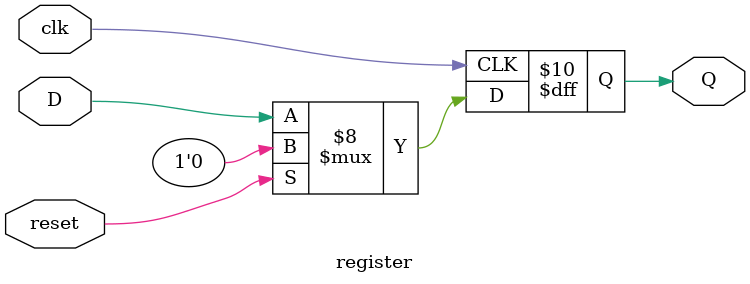
<source format=v>


module MSDAP_top_struct(
input sclk, 
input dclk, 
input start, 
input reset, 
input frame, 
input inputL, 
input inputR, 
output inReady, 
output outReady, 
output outputL, 
output outputR
);

wire [3:0] state;
wire input_en;
wire compute_en;
wire reset_regs;
wire reset_coeffs;
wire [15:0] new_data_L;
wire [15:0] new_data_R;

wire compute_en_L;
wire compute_en_R;
wire [1:0] op_L;
wire [1:0] op_R;
wire [15:0] data_word_L;
wire [15:0] data_word_R;
wire [39:0] answer_L;
wire [39:0] answer_R;

MSDAP_state_controller controller ( .sclk(sclk), .dclk(dclk), .start(start), .reset(reset), .frame(frame), .rj_done(rj_done), .coeff_done(coeff_done),
                                .input_en(input_en), .compute_en(compute_en), .reset_regs(reset_regs), .reset_coeffs(reset_coeffs), .inReady(inReady), .outReady(outReady), .state(state) );

//modules for LEFT channel
MSDAP_input input_module_L (.dclk(dclk), .input_en(input_en), .RST(reset_regs), .data_in(inputL), .new_data(new_data_L));

MSDAP_data_manager mem_L ( .sclk(sclk), .frame(frame), .state(state), .new_input(new_data_L), .new_input_ready(~input_en), .reset_regs(reset_regs), .reset_coeffs(reset_coeffs), 
                            .rj_done(rj_done), .coeff_done(coeff_done), .compute_en(compute_en_L), .op(op_L), .data_word(data_word_L) );

MSDAP_ALU compute_L (.sclk(sclk), .compute_en(compute_en_L), .RST(reset_regs), .op(op_L), .next_data(data_word_L), .computation_result(answer_L));

MSDAP_output output_module_L (.sclk(sclk), .RST(reset_regs), .computation_result(answer_L), .outReady(outReady), .out_bit(output_L));


//modules for RIGHT channel
MSDAP_input input_module_R (.dclk(dclk), .input_en(input_en), .RST(reset_regs), .data_in(inputR), .new_data(new_data_R));

MSDAP_data_manager mem_R ( .sclk(sclk), .frame(frame), .state(state), .new_input(new_data_R), .new_input_ready(~input_en), .reset_regs(reset_regs), .reset_coeffs(reset_coeffs), 
                            .rj_done(rj_done), .coeff_done(coeff_done), .compute_en(compute_en_R), .op(op_R), .data_word(data_word_R) );

MSDAP_ALU compute_R (.sclk(sclk), .compute_en(compute_en_R), .RST(reset_regs), .op(op_R), .next_data(data_word_R), .computation_result(answer_R));

MSDAP_output output_module_R (.sclk(sclk), .RST(reset_regs), .computation_result(answer_R), .outReady(outReady), .out_bit(output_R));
  
endmodule

module MSDAP_state_controller( 
  input sclk,
  input dclk,
  input start,
  input reset,
  input frame,
  input rj_done,
  input coeff_done,
  
  output reg input_en,
  output reg compute_en,
  output reg reset_regs,
  output reg reset_coeffs,
  output reg inReady,
  output reg outReady,
  output reg [3:0] state
);

parameter
INITIALIZE = 0,
WAIT_RJ = 1,
READ_RJ = 2,
WAIT_COEFF = 3,
READ_COEFF = 4,
WAIT_INPUT = 5,
WORKING = 6,
CLEARING = 7,
SLEEP = 8;

//reg [3:0] state;
reg [3:0] next_state;

reg [3:0] input_counter; //counts 16 input bits
reg [5:0] output_counter; //counts 40 input bits

always@(posedge start) state <= INITIALIZE;

always@(posedge sclk, posedge reset)begin
  if(reset && (state == WORKING || state == SLEEP || state == CLEARING))
    state <= CLEARING;
  else
    state <= next_state;
end

always@(posedge frame)begin
  input_en <= 1;
  input_counter <= 0;
  
  outReady <= 1;
  output_counter <= 0;
end

always@(posedge dclk)begin
  if(input_en) begin      
      if(input_counter == 15) //if done with 16 inputs
        input_en <= 0;
      input_counter <= input_counter + 1;
    end
end

always@(posedge sclk)begin
  if(outReady == 1)  begin
    if(output_counter == 39) //if done with 40 outputs    
      outReady <= 0;      
    output_counter <= output_counter + 1;
  end
end

always@(*)begin
  case(state)
    INITIALIZE: begin
      reset_regs <= 1;
      reset_coeffs <= 1;
      inReady <= 0;
      input_en <= 0;
      compute_en <= 0;
      
      next_state <= WAIT_RJ;
    end
    
    WAIT_RJ: begin    
      reset_regs <= 0;
      reset_coeffs <= 0;     
      inReady <= 1;      
      if(frame) 
        next_state <= READ_RJ;
    else next_state <= WAIT_RJ;
    end
    
    READ_RJ: begin      
      inReady <= 1'b1;
      if(rj_done)
        next_state <= WAIT_COEFF;                  
    end
    
    WAIT_COEFF: begin
      inReady <= 1'b1;      
      if(frame) 
        next_state <= READ_COEFF;
      else next_state <= WAIT_COEFF;
    end
    
    READ_COEFF: begin
      inReady <= 1'b1;
      if(coeff_done)
        next_state <= WAIT_INPUT;
    end
    
    WAIT_INPUT: begin
      inReady <= 1'b1;    
      if(frame) 
        next_state <= WORKING; //if the frame is high, a new input is ready to be read in                          
    end
    
    WORKING: begin      
      inReady <= 1'b1;
      compute_en <= 1'b1;                                         
    end
    
    CLEARING: begin
      inReady <= 1'b0;
      compute_en <= 1'b0;
      if(reset) next_state = CLEARING;
      else next_state = WAIT_INPUT;
    end
    
    SLEEP: begin      
      inReady <= 1;
      compute_en <= 1'b0;
      next_state = SLEEP;
    end               
  endcase 
end
  
endmodule //end MSDAP_state_controller



//module MSDAP_input is used to shift in new data 1 bit at a time (LSB first)
//and store in a 16-bit register
module MSDAP_input
(
  input dclk,
  input input_en,
  input RST,
  input data_in,  
  output [15:0] new_data
);

reg [15:0] shift_reg;
integer i;

always@(posedge RST)  shift_reg <= 0;

always@(posedge dclk)begin
  if(input_en)  begin
    for(i = 14; i >= 0; i=i-1)
      shift_reg[i] <= shift_reg[i+1];    
    shift_reg[15] <= data_in;
  end
end

assign new_data = shift_reg;    

endmodule //end MSDAP_input


//memory storage for RJ, coeff, and input data
//outputs previous data words in the order determined by the coefficients
module MSDAP_data_manager(
input sclk,
input frame,
input [3:0] state,
input [15:0] new_input,
input new_input_ready,
input reset_regs,
input reset_coeffs,

output reg rj_done,
output reg coeff_done,
output reg compute_en, //enables the computation
output reg [1:0] op, //op: 00 = ADD, 01 = SUB, 10 = SHIFT
output reg [15:0] data_word
);

parameter ORDER = 256; //the order of the filter
parameter NUM_COEFF = 512; //assumed maximum number of coefficients
integer i;

wire [7:0] target_addr;
reg [7:0] n; //points to the most recent input
reg [7:0] rj [15:0]; //all 16 RJ values (each 8-bits)
reg [8:0] coeff [NUM_COEFF-1:0]; //all 512 coeffs (each 9-bits)
reg [15:0] data [ORDER-1:0]; //memory for the most recent 256 inputs (each 16 bits)

reg [3:0] rj_addr;
reg [8:0] coeff_addr;
reg [7:0] data_addr;
reg [7:0] coeffs_processed; //used to count how many coeffs to process for a particular RJ

//reset registers (except RJs and coeffs)
always@(posedge reset_regs)begin
  for(i  = 0; i < ORDER; i=i+1)   
    data[i] <= 0; 
     
  n <= 0;  
  rj_addr <= 0;
  coeff_addr <= 0;
  data_addr <= 0;
  coeffs_processed <= 0;
  
  rj_done <= 0;
  coeff_done <= 0;
  compute_en <= 0;
  op <= 0;
  data_word <= 0;
end

//reset RJs and coeffs
always@(posedge reset_coeffs)begin
  for(i  = 0; i < 16; i=i+1)   
    rj[i] <= 0;
  for(i  = 0; i < NUM_COEFF; i=i+1)   
    coeff[i] <= 0;  
end


//whenever new inputs are ready, put it in the appropriate memory
always@(posedge new_input_ready)begin
  case(state)        
    2 : begin //READ_RJ
      rj[rj_addr] <= new_input;
      rj_addr <= rj_addr + 1;
      if(rj_addr == 15)
        rj_done <= 1;      
    end
        
    4 : begin //READ_COEFF
      coeff[coeff_addr] <= new_input;
      coeff_addr <= coeff_addr + 1;
      if(coeff_addr == NUM_COEFF-1)
        coeff_done <= 1; 
    end
        
    6 : begin //WORKING
      data[n] <= new_input;
      n <= n + 1;
    end      
  endcase
end //end always@(new_input_ready)


//always@(negedge sclk)begin end 
  
assign target_addr = n-1-coeff[coeff_addr];
//assign data_word   = data[target_addr];

always@(negedge sclk)begin
  if(frame && state == 6) begin
    compute_en <= 1;
  end  
end

//need to setup next data on posedge sclk
//because the computation occurs on negedge sclk,
always@(posedge sclk)begin
  
  data_word <= data[target_addr];
  
  if(compute_en) begin //if WORKING
    if(coeff_addr == 0 && ~frame)  //if done with computation      
        compute_en <= 0;
    else begin
    
      coeff_addr <= coeff_addr + 1;
        
      if(coeffs_processed == rj[rj_addr] - 1) begin //if done with this RJ
        coeffs_processed <= 0;
        rj_addr <= rj_addr + 1;             
      end    
      else     
        coeffs_processed <= coeffs_processed + 1;               
    end
        
    if(coeffs_processed == rj[rj_addr] - 1) //if the next coeff is the last, set SHIFT op
      op[1] <= 1; //set op to SHIFT
    else op[1] <= 0;
    
    op[0] <= coeff[coeff_addr][8]; //set op to ADD or SUB                  
  end     
end //end always@(posedge sclk)
endmodule //end MSDAP_memory



module MSDAP_ALU( //arithmetic logic for convolution computation
input sclk,
input compute_en,
input RST,
input [1:0] op, //op: 00 = ADD, 01 = SUB, 10 = SHIFT
input [15:0] next_data, //the next piece of data to be processed
output reg [39:0] computation_result
);

//wire [15:0] xor_data;
wire [15:0] twos_complement;
wire signed [39:0] next_sum;
reg signed [39:0] accumulator;

always@(posedge RST)  
  accumulator <= 0;

  //assign xor_data = next_data ^ {16{op[0]}};
  assign twos_complement = next_data ^ {16{op[0]}} + op[0];
  
  //perform ADD or SUB using combinational logic 
assign next_sum = accumulator + { {8{twos_complement[15]}}, twos_complement, {16{1'b0}} };
  
//perform computation on negedge sclk
always@(negedge sclk) begin
  if(compute_en)  begin        
    if(op[1] == 1'b0) //perform add    
      accumulator <= next_sum;          
    else if(op[1] == 1'b1) //perform add and shift    
      accumulator <= next_sum >>> 1;          
  end
end

always@(negedge compute_en) begin
  computation_result <= accumulator; // >>> 1; //perform last shift
  accumulator <= 0;
end
  
endmodule //end MSDAP_ALU


//module for sending output data serially on sclk (LSB first)
module MSDAP_output(
input sclk,
input RST,
input [39:0] computation_result,
input outReady,
output out_bit
);

reg [39:0] shift_reg;
integer i;

always@(posedge RST)  
  shift_reg <= 0;

always@(posedge outReady) 
  shift_reg <= computation_result;

always@(posedge sclk)begin
  if(outReady)  
    for(i = 0; i < 39; i=i+1)
      shift_reg[i] <= shift_reg[i+1];
  else shift_reg <= 0; 
end

assign out_bit = shift_reg[0];    
  
endmodule //end MSDAP_output


//variable length register with synchronous reset
module register #(parameter WIDTH = 1)
(
  input clk,
  input reset,
  input [WIDTH-1:0] D,
  
  output reg [WIDTH-1:0] Q
);
always@(posedge clk) begin
  if(reset)
    Q <= 0;
  else 
    Q <= D;
end
endmodule //register

</source>
